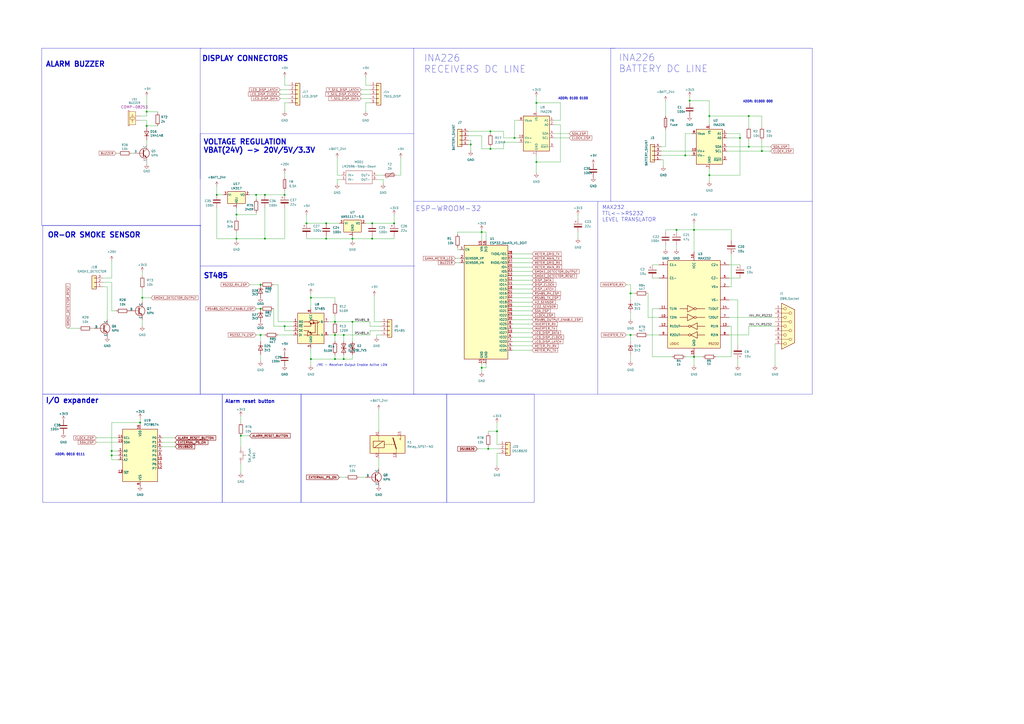
<source format=kicad_sch>
(kicad_sch (version 20231120) (generator "eeschema") (generator_version "8.0")
  (paper "A2")
  (junction (at 429.26 80.01))
  (junction (at 392.43 133.35))
  (junction (at 151.13 165.1))
  (junction (at 180.34 172.72))
  (junction (at 283.21 260.35))
  (junction (at 228.6 129.54))
  (junction (at 441.96 87.63))
  (junction (at 180.34 208.28))
  (junction (at 311.15 59.69))
  (junction (at 397.51 90.17))
  (junction (at 215.9 138.43))
  (junction (at 279.4 134.62))
  (junction (at 199.39 208.28))
  (junction (at 194.31 186.69))
  (junction (at 165.1 113.03))
  (junction (at 153.67 138.43))
  (junction (at 189.23 138.43))
  (junction (at 64.77 264.16))
  (junction (at 411.48 67.31))
  (junction (at 194.31 194.31))
  (junction (at 165.1 189.23))
  (junction (at 288.29 250.19))
  (junction (at 81.28 245.11))
  (junction (at 151.13 194.31))
  (junction (at 434.34 85.09))
  (junction (at 153.67 113.03))
  (junction (at 204.47 186.69))
  (junction (at 82.55 172.72))
  (junction (at 273.05 83.82))
  (junction (at 284.48 76.2))
  (junction (at 402.59 133.35))
  (junction (at 311.15 93.98))
  (junction (at 284.48 86.36))
  (junction (at 148.59 113.03))
  (junction (at 365.76 194.31))
  (junction (at 125.73 113.03))
  (junction (at 199.39 194.31))
  (junction (at 204.47 138.43))
  (junction (at 137.16 124.46))
  (junction (at 215.9 129.54))
  (junction (at 64.77 261.62))
  (junction (at 139.7 252.73))
  (junction (at 137.16 138.43))
  (junction (at 411.48 101.6))
  (junction (at 151.13 179.07))
  (junction (at 177.8 129.54))
  (junction (at 189.23 129.54))
  (junction (at 85.09 73.025))
  (junction (at 365.76 170.18))
  (junction (at 279.4 213.36))
  (junction (at 434.34 67.31))
  (junction (at 85.09 64.77))
  (junction (at 194.31 208.28))
  (junction (at 402.59 207.01))
  (junction (at 400.05 58.42))
  (junction (at 298.45 80.01))
  (wire (pts (xy 214.63 49.53) (xy 212.09 49.53)))
  (wire (pts (xy 194.31 175.26) (xy 194.31 172.72)))
  (wire (pts (xy 427.99 200.66) (xy 427.99 173.99)))
  (wire (pts (xy 384.81 92.71) (xy 384.81 96.52)))
  (wire (pts (xy 180.34 208.28) (xy 180.34 212.09)))
  (wire (pts (xy 180.34 201.93) (xy 180.34 208.28)))
  (wire (pts (xy 67.31 88.9) (xy 68.58 88.9)))
  (wire (pts (xy 180.34 170.18) (xy 180.34 172.72)))
  (wire (pts (xy 59.69 166.37) (xy 62.23 166.37)))
  (wire (pts (xy 85.09 67.31) (xy 85.09 64.77)))
  (wire (pts (xy 283.21 260.35) (xy 283.21 259.08)))
  (wire (pts (xy 204.47 138.43) (xy 204.47 139.7)))
  (wire (pts (xy 212.09 59.69) (xy 214.63 59.69)))
  (polyline (pts (xy 24.13 130.81) (xy 24.13 80.01)))
  (wire (pts (xy 434.34 189.23) (xy 434.34 194.31)))
  (wire (pts (xy 204.47 208.28) (xy 199.39 208.28)))
  (wire (pts (xy 297.18 154.94) (xy 308.61 154.94)))
  (wire (pts (xy 151.13 194.31) (xy 153.67 194.31)))
  (wire (pts (xy 161.29 194.31) (xy 170.18 194.31)))
  (wire (pts (xy 177.8 129.54) (xy 189.23 129.54)))
  (wire (pts (xy 386.08 74.93) (xy 386.08 85.09)))
  (wire (pts (xy 229.87 101.6) (xy 232.41 101.6)))
  (wire (pts (xy 153.67 138.43) (xy 153.67 120.65)))
  (wire (pts (xy 292.1 82.55) (xy 292.1 86.36)))
  (wire (pts (xy 308.61 180.34) (xy 297.18 180.34)))
  (wire (pts (xy 220.98 191.77) (xy 214.63 191.77)))
  (wire (pts (xy 279.4 78.74) (xy 271.78 78.74)))
  (wire (pts (xy 82.55 157.48) (xy 82.55 160.02)))
  (wire (pts (xy 321.31 72.39) (xy 325.12 72.39)))
  (wire (pts (xy 421.64 87.63) (xy 441.96 87.63)))
  (wire (pts (xy 297.18 149.86) (xy 308.61 149.86)))
  (polyline (pts (xy 356.87 27.94) (xy 240.03 27.94)))
  (wire (pts (xy 81.28 67.31) (xy 85.09 67.31)))
  (wire (pts (xy 196.85 276.86) (xy 200.66 276.86)))
  (polyline (pts (xy 240.03 228.6) (xy 240.03 116.84)))
  (wire (pts (xy 55.88 254) (xy 68.58 254)))
  (polyline (pts (xy 471.17 116.84) (xy 471.17 27.94)))
  (wire (pts (xy 279.4 213.36) (xy 281.94 213.36)))
  (wire (pts (xy 402.59 212.09) (xy 402.59 207.01)))
  (polyline (pts (xy 240.03 116.84) (xy 354.33 116.84)))
  (wire (pts (xy 411.48 58.42) (xy 400.05 58.42)))
  (wire (pts (xy 271.78 81.28) (xy 273.05 81.28)))
  (wire (pts (xy 284.48 86.36) (xy 284.48 85.09)))
  (wire (pts (xy 161.29 186.69) (xy 170.18 186.69)))
  (wire (pts (xy 311.15 59.69) (xy 325.12 59.69)))
  (wire (pts (xy 82.55 172.72) (xy 82.55 175.26)))
  (wire (pts (xy 279.4 213.36) (xy 279.4 215.9)))
  (wire (pts (xy 271.78 83.82) (xy 273.05 83.82)))
  (wire (pts (xy 297.18 195.58) (xy 308.61 195.58)))
  (wire (pts (xy 144.78 252.73) (xy 139.7 252.73)))
  (wire (pts (xy 397.51 90.17) (xy 401.32 90.17)))
  (wire (pts (xy 218.44 101.6) (xy 222.25 101.6)))
  (polyline (pts (xy 240.03 27.94) (xy 240.03 116.84)))
  (wire (pts (xy 264.16 149.86) (xy 266.7 149.86)))
  (wire (pts (xy 308.61 165.1) (xy 297.18 165.1)))
  (wire (pts (xy 365.76 170.18) (xy 365.76 165.1)))
  (wire (pts (xy 415.29 207.01) (xy 424.18 207.01)))
  (polyline (pts (xy 116.205 77.47) (xy 240.03 77.47)))
  (wire (pts (xy 289.56 260.35) (xy 283.21 260.35)))
  (wire (pts (xy 165.1 59.69) (xy 167.64 59.69)))
  (polyline (pts (xy 116.84 130.81) (xy 24.13 130.81)))
  (wire (pts (xy 449.58 212.09) (xy 449.58 199.39)))
  (wire (pts (xy 434.34 194.31) (xy 422.91 194.31)))
  (wire (pts (xy 85.09 95.25) (xy 85.09 93.98)))
  (wire (pts (xy 429.26 80.01) (xy 429.26 77.47)))
  (wire (pts (xy 284.48 76.2) (xy 284.48 77.47)))
  (wire (pts (xy 279.4 133.35) (xy 279.4 134.62)))
  (wire (pts (xy 273.05 83.82) (xy 273.05 87.63)))
  (wire (pts (xy 53.34 190.5) (xy 54.61 190.5)))
  (wire (pts (xy 194.31 172.72) (xy 180.34 172.72)))
  (wire (pts (xy 325.12 69.85) (xy 325.12 59.69)))
  (wire (pts (xy 189.23 137.16) (xy 189.23 138.43)))
  (wire (pts (xy 204.47 137.16) (xy 204.47 138.43)))
  (wire (pts (xy 298.45 69.85) (xy 298.45 80.01)))
  (wire (pts (xy 151.13 205.74) (xy 151.13 209.55)))
  (wire (pts (xy 411.48 67.31) (xy 411.48 72.39)))
  (wire (pts (xy 378.46 179.07) (xy 378.46 207.01)))
  (wire (pts (xy 300.99 69.85) (xy 298.45 69.85)))
  (wire (pts (xy 208.28 276.86) (xy 212.09 276.86)))
  (wire (pts (xy 214.63 191.77) (xy 214.63 194.31)))
  (wire (pts (xy 427.99 212.09) (xy 427.99 208.28)))
  (wire (pts (xy 297.18 198.12) (xy 308.61 198.12)))
  (wire (pts (xy 162.56 54.61) (xy 167.64 54.61)))
  (wire (pts (xy 434.34 67.31) (xy 434.34 73.66)))
  (wire (pts (xy 375.92 184.15) (xy 375.92 170.18)))
  (wire (pts (xy 422.91 153.67) (xy 429.26 153.67)))
  (wire (pts (xy 91.44 65.405) (xy 91.44 64.77)))
  (wire (pts (xy 68.58 266.7) (xy 64.77 266.7)))
  (polyline (pts (xy 240.284 27.94) (xy 116.078 27.94)))
  (wire (pts (xy 311.15 93.98) (xy 311.15 100.33)))
  (wire (pts (xy 220.98 186.69) (xy 217.17 186.69)))
  (wire (pts (xy 218.44 194.31) (xy 220.98 194.31)))
  (wire (pts (xy 365.76 173.99) (xy 365.76 170.18)))
  (wire (pts (xy 411.48 58.42) (xy 411.48 67.31)))
  (wire (pts (xy 283.21 251.46) (xy 283.21 250.19)))
  (wire (pts (xy 297.18 193.04) (xy 308.61 193.04)))
  (wire (pts (xy 335.28 124.46) (xy 335.28 127)))
  (wire (pts (xy 321.31 69.85) (xy 325.12 69.85)))
  (wire (pts (xy 137.16 138.43) (xy 137.16 134.62)))
  (wire (pts (xy 177.8 129.54) (xy 177.8 124.46)))
  (wire (pts (xy 421.64 80.01) (xy 429.26 80.01)))
  (wire (pts (xy 264.16 152.4) (xy 266.7 152.4)))
  (wire (pts (xy 64.77 245.11) (xy 81.28 245.11)))
  (wire (pts (xy 93.98 259.08) (xy 101.6 259.08)))
  (wire (pts (xy 265.43 144.78) (xy 265.43 143.51)))
  (wire (pts (xy 297.18 175.26) (xy 308.61 175.26)))
  (wire (pts (xy 228.6 138.43) (xy 228.6 137.16)))
  (wire (pts (xy 189.23 138.43) (xy 204.47 138.43)))
  (wire (pts (xy 434.34 85.09) (xy 447.04 85.09)))
  (wire (pts (xy 308.61 185.42) (xy 297.18 185.42)))
  (wire (pts (xy 400.05 58.42) (xy 400.05 59.69)))
  (wire (pts (xy 392.43 133.35) (xy 386.08 133.35)))
  (wire (pts (xy 162.56 52.07) (xy 167.64 52.07)))
  (wire (pts (xy 288.29 262.89) (xy 289.56 262.89)))
  (wire (pts (xy 198.12 101.6) (xy 195.58 101.6)))
  (wire (pts (xy 427.99 173.99) (xy 422.91 173.99)))
  (wire (pts (xy 85.09 69.85) (xy 85.09 73.025)))
  (wire (pts (xy 137.16 124.46) (xy 137.16 127)))
  (wire (pts (xy 266.7 144.78) (xy 265.43 144.78)))
  (wire (pts (xy 85.09 64.77) (xy 85.09 55.88)))
  (wire (pts (xy 82.55 189.23) (xy 82.55 185.42)))
  (wire (pts (xy 214.63 189.23) (xy 214.63 186.69)))
  (wire (pts (xy 204.47 138.43) (xy 215.9 138.43)))
  (wire (pts (xy 281.94 213.36) (xy 281.94 210.82)))
  (wire (pts (xy 308.61 172.72) (xy 297.18 172.72)))
  (polyline (pts (xy 354.33 116.84) (xy 471.17 116.84)))
  (wire (pts (xy 424.18 189.23) (xy 424.18 207.01)))
  (wire (pts (xy 153.67 113.03) (xy 165.1 113.03)))
  (wire (pts (xy 365.76 205.74) (xy 365.76 209.55)))
  (wire (pts (xy 297.18 177.8) (xy 308.61 177.8)))
  (wire (pts (xy 424.18 166.37) (xy 422.91 166.37)))
  (polyline (pts (xy 346.71 228.6) (xy 346.71 213.36)))
  (wire (pts (xy 429.26 77.47) (xy 421.64 77.47)))
  (wire (pts (xy 411.48 97.79) (xy 411.48 101.6)))
  (wire (pts (xy 311.15 93.98) (xy 325.12 93.98)))
  (wire (pts (xy 378.46 207.01) (xy 389.89 207.01)))
  (wire (pts (xy 284.48 76.2) (xy 292.1 76.2)))
  (wire (pts (xy 392.43 133.35) (xy 392.43 134.62)))
  (wire (pts (xy 219.71 237.49) (xy 219.71 250.19)))
  (wire (pts (xy 170.18 191.77) (xy 165.1 191.77)))
  (wire (pts (xy 279.4 86.36) (xy 284.48 86.36)))
  (wire (pts (xy 383.54 85.09) (xy 386.08 85.09)))
  (polyline (pts (xy 116.205 228.6) (xy 116.205 154.305)))
  (wire (pts (xy 325.12 93.98) (xy 325.12 72.39)))
  (wire (pts (xy 219.71 265.43) (xy 219.71 271.78)))
  (wire (pts (xy 82.55 167.64) (xy 82.55 172.72)))
  (wire (pts (xy 421.64 85.09) (xy 434.34 85.09)))
  (wire (pts (xy 68.58 256.54) (xy 55.88 256.54)))
  (wire (pts (xy 292.1 86.36) (xy 284.48 86.36)))
  (wire (pts (xy 209.55 57.15) (xy 214.63 57.15)))
  (wire (pts (xy 199.39 205.74) (xy 199.39 208.28)))
  (wire (pts (xy 137.16 139.7) (xy 137.16 138.43)))
  (wire (pts (xy 297.18 170.18) (xy 308.61 170.18)))
  (wire (pts (xy 199.39 208.28) (xy 194.31 208.28)))
  (wire (pts (xy 434.34 67.31) (xy 441.96 67.31)))
  (wire (pts (xy 402.59 133.35) (xy 392.43 133.35)))
  (wire (pts (xy 308.61 162.56) (xy 297.18 162.56)))
  (wire (pts (xy 297.18 187.96) (xy 308.61 187.96)))
  (wire (pts (xy 308.61 182.88) (xy 297.18 182.88)))
  (wire (pts (xy 441.96 81.28) (xy 441.96 87.63)))
  (wire (pts (xy 232.41 101.6) (xy 232.41 91.44)))
  (wire (pts (xy 204.47 186.69) (xy 214.63 186.69)))
  (wire (pts (xy 195.58 91.44) (xy 195.58 101.6)))
  (wire (pts (xy 222.25 104.14) (xy 218.44 104.14)))
  (wire (pts (xy 365.76 198.12) (xy 365.76 194.31)))
  (wire (pts (xy 422.91 161.29) (xy 429.26 161.29)))
  (wire (pts (xy 298.45 80.01) (xy 300.99 80.01)))
  (wire (pts (xy 165.1 49.53) (xy 165.1 44.45)))
  (wire (pts (xy 85.09 81.28) (xy 85.09 83.82)))
  (wire (pts (xy 271.78 76.2) (xy 284.48 76.2)))
  (wire (pts (xy 308.61 167.64) (xy 297.18 167.64)))
  (wire (pts (xy 195.58 104.14) (xy 198.12 104.14)))
  (wire (pts (xy 64.77 264.16) (xy 64.77 261.62)))
  (wire (pts (xy 139.7 252.73) (xy 139.7 259.08)))
  (wire (pts (xy 397.51 77.47) (xy 397.51 90.17)))
  (wire (pts (xy 382.27 179.07) (xy 378.46 179.07)))
  (polyline (pts (xy 24.13 27.94) (xy 116.84 27.94)))
  (wire (pts (xy 139.7 241.3) (xy 139.7 245.11)))
  (wire (pts (xy 125.73 113.03) (xy 129.54 113.03)))
  (wire (pts (xy 64.77 261.62) (xy 64.77 245.11)))
  (wire (pts (xy 378.46 153.67) (xy 382.27 153.67)))
  (wire (pts (xy 165.1 191.77) (xy 165.1 189.23)))
  (wire (pts (xy 180.34 172.72) (xy 180.34 179.07)))
  (wire (pts (xy 137.16 138.43) (xy 153.67 138.43)))
  (wire (pts (xy 265.43 135.89) (xy 265.43 134.62)))
  (wire (pts (xy 397.51 207.01) (xy 402.59 207.01)))
  (wire (pts (xy 158.75 189.23) (xy 158.75 179.07)))
  (wire (pts (xy 125.73 113.03) (xy 125.73 107.95)))
  (wire (pts (xy 297.18 160.02) (xy 308.61 160.02)))
  (wire (pts (xy 449.58 189.23) (xy 434.34 189.23)))
  (wire (pts (xy 220.98 189.23) (xy 214.63 189.23)))
  (wire (pts (xy 165.1 138.43) (xy 165.1 120.65)))
  (wire (pts (xy 59.69 161.29) (xy 64.77 161.29)))
  (polyline (pts (xy 240.665 228.6) (xy 116.205 228.6)))
  (wire (pts (xy 64.77 163.83) (xy 64.77 180.34)))
  (wire (pts (xy 308.61 147.32) (xy 297.18 147.32)))
  (wire (pts (xy 177.8 137.16) (xy 177.8 138.43)))
  (wire (pts (xy 400.05 55.88) (xy 400.05 58.42)))
  (wire (pts (xy 139.7 269.24) (xy 139.7 274.32)))
  (wire (pts (xy 165.1 100.33) (xy 165.1 102.87)))
  (wire (pts (xy 137.16 138.43) (xy 125.73 138.43)))
  (wire (pts (xy 228.6 129.54) (xy 228.6 124.46)))
  (wire (pts (xy 199.39 194.31) (xy 199.39 198.12)))
  (wire (pts (xy 209.55 54.61) (xy 214.63 54.61)))
  (wire (pts (xy 276.86 260.35) (xy 283.21 260.35)))
  (wire (pts (xy 64.77 266.7) (xy 64.77 264.16)))
  (polyline (pts (xy 24.13 80.01) (xy 24.13 27.94)))
  (wire (pts (xy 411.48 101.6) (xy 429.26 101.6)))
  (polyline (pts (xy 116.205 154.305) (xy 116.205 77.47)))
  (wire (pts (xy 382.27 184.15) (xy 375.92 184.15)))
  (wire (pts (xy 91.44 73.025) (xy 85.09 73.025)))
  (wire (pts (xy 402.59 133.35) (xy 424.18 133.35)))
  (wire (pts (xy 82.55 172.72) (xy 87.63 172.72)))
  (wire (pts (xy 429.26 101.6) (xy 429.26 80.01)))
  (wire (pts (xy 125.73 138.43) (xy 125.73 120.65)))
  (wire (pts (xy 165.1 110.49) (xy 165.1 113.03)))
  (wire (pts (xy 64.77 261.62) (xy 68.58 261.62)))
  (wire (pts (xy 283.21 250.19) (xy 288.29 250.19)))
  (wire (pts (xy 161.29 165.1) (xy 161.29 186.69)))
  (wire (pts (xy 151.13 198.12) (xy 151.13 194.31)))
  (wire (pts (xy 424.18 133.35) (xy 424.18 139.7)))
  (wire (pts (xy 273.05 81.28) (xy 273.05 83.82)))
  (polyline (pts (xy 354.33 116.84) (xy 354.33 27.94)))
  (wire (pts (xy 194.31 194.31) (xy 199.39 194.31)))
  (wire (pts (xy 265.43 134.62) (xy 279.4 134.62)))
  (wire (pts (xy 158.75 165.1) (xy 161.29 165.1)))
  (wire (pts (xy 308.61 200.66) (xy 297.18 200.66)))
  (wire (pts (xy 62.23 166.37) (xy 62.23 185.42)))
  (wire (pts (xy 167.64 49.53) (xy 165.1 49.53)))
  (wire (pts (xy 64.77 161.29) (xy 64.77 151.13)))
  (wire (pts (xy 311.15 55.88) (xy 311.15 59.69)))
  (wire (pts (xy 288.29 250.19) (xy 288.29 257.81)))
  (wire (pts (xy 148.59 113.03) (xy 153.67 113.03)))
  (wire (pts (xy 308.61 152.4) (xy 297.18 152.4)))
  (wire (pts (xy 64.77 264.16) (xy 68.58 264.16)))
  (wire (pts (xy 199.39 194.31) (xy 214.63 194.31)))
  (wire (pts (xy 158.75 189.23) (xy 165.1 189.23)))
  (wire (pts (xy 363.22 165.1) (xy 365.76 165.1)))
  (wire (pts (xy 194.31 182.88) (xy 194.31 186.69)))
  (wire (pts (xy 321.31 77.47) (xy 330.2 77.47)))
  (wire (pts (xy 93.98 256.54) (xy 101.6 256.54)))
  (wire (pts (xy 311.15 59.69) (xy 311.15 64.77)))
  (wire (pts (xy 279.4 134.62) (xy 279.4 139.7)))
  (wire (pts (xy 401.32 77.47) (xy 397.51 77.47)))
  (wire (pts (xy 194.31 208.28) (xy 180.34 208.28)))
  (wire (pts (xy 422.91 189.23) (xy 424.18 189.23)))
  (wire (pts (xy 81.28 242.57) (xy 81.28 245.11)))
  (wire (pts (xy 288.29 270.51) (xy 288.29 262.89)))
  (wire (pts (xy 64.77 180.34) (xy 67.31 180.34)))
  (wire (pts (xy 81.28 69.85) (xy 85.09 69.85)))
  (wire (pts (xy 365.76 170.18) (xy 368.3 170.18)))
  (wire (pts (xy 279.4 86.36) (xy 279.4 78.74)))
  (wire (pts (xy 153.67 138.43) (xy 165.1 138.43)))
  (wire (pts (xy 85.09 73.025) (xy 85.09 73.66)))
  (wire (pts (xy 218.44 195.58) (xy 218.44 194.31)))
  (wire (pts (xy 144.78 113.03) (xy 148.59 113.03)))
  (wire (pts (xy 212.09 49.53) (xy 212.09 44.45)))
  (wire (pts (xy 297.18 190.5) (xy 308.61 190.5)))
  (wire (pts (xy 194.31 194.31) (xy 194.31 198.12)))
  (wire (pts (xy 292.1 80.01) (xy 298.45 80.01)))
  (wire (pts (xy 363.22 194.31) (xy 365.76 194.31)))
  (wire (pts (xy 222.25 104.14) (xy 222.25 106.68)))
  (wire (pts (xy 137.16 124.46) (xy 137.16 120.65)))
  (polyline (pts (xy 346.71 228.6) (xy 240.03 228.6)))
  (wire (pts (xy 386.08 58.42) (xy 386.08 67.31)))
  (wire (pts (xy 383.54 90.17) (xy 397.51 90.17)))
  (wire (pts (xy 59.69 163.83) (xy 64.77 163.83)))
  (wire (pts (xy 93.98 254) (xy 101.6 254)))
  (wire (pts (xy 386.08 133.35) (xy 386.08 134.62)))
  (wire (pts (xy 177.8 138.43) (xy 189.23 138.43)))
  (wire (pts (xy 411.48 67.31) (xy 434.34 67.31)))
  (wire (pts (xy 383.54 87.63) (xy 401.32 87.63)))
  (wire (pts (xy 441.96 87.63) (xy 447.04 87.63)))
  (polyline (pts (xy 116.205 154.305) (xy 240.665 154.305)))
  (wire (pts (xy 39.37 190.5) (xy 45.72 190.5)))
  (wire (pts (xy 148.59 123.19) (xy 148.59 124.46)))
  (wire (pts (xy 215.9 138.43) (xy 215.9 137.16)))
  (wire (pts (xy 91.44 64.77) (xy 85.09 64.77)))
  (wire (pts (xy 375.92 194.31) (xy 382.27 194.31)))
  (wire (pts (xy 204.47 186.69) (xy 204.47 198.12)))
  (wire (pts (xy 281.94 139.7) (xy 281.94 134.62)))
  (wire (pts (xy 217.17 186.69) (xy 217.17 171.45)))
  (wire (pts (xy 289.56 257.81) (xy 288.29 257.81)))
  (wire (pts (xy 148.59 179.07) (xy 151.13 179.07)))
  (wire (pts (xy 288.29 245.11) (xy 288.29 250.19)))
  (wire (pts (xy 215.9 138.43) (xy 228.6 138.43)))
  (wire (pts (xy 292.1 76.2) (xy 292.1 80.01)))
  (polyline (pts (xy 471.17 116.84) (xy 471.17 228.6)))
  (wire (pts (xy 402.59 207.01) (xy 407.67 207.01)))
  (wire (pts (xy 365.76 181.61) (xy 365.76 185.42)))
  (wire (pts (xy 279.4 134.62) (xy 281.94 134.62)))
  (wire (pts (xy 148.59 113.03) (xy 148.59 115.57)))
  (wire (pts (xy 411.48 101.6) (xy 411.48 105.41)))
  (wire (pts (xy 144.78 165.1) (xy 151.13 165.1)))
  (wire (pts (xy 402.59 133.35) (xy 402.59 146.05)))
  (wire (pts (xy 194.31 205.74) (xy 194.31 208.28)))
  (wire (pts (xy 321.31 80.01) (xy 330.2 80.01)))
  (wire (pts (xy 212.09 64.77) (xy 212.09 59.69)))
  (wire (pts (xy 189.23 129.54) (xy 196.85 129.54)))
  (wire (pts (xy 441.96 67.31) (xy 441.96 73.66)))
  (wire (pts (xy 297.18 157.48) (xy 308.61 157.48)))
  (wire (pts (xy 378.46 161.29) (xy 382.27 161.29)))
  (wire (pts (xy 292.1 82.55) (xy 300.99 82.55)))
  (wire (pts (xy 162.56 57.15) (xy 167.64 57.15)))
  (wire (pts (xy 190.5 194.31) (xy 194.31 194.31)))
  (wire (pts (xy 165.1 189.23) (xy 170.18 189.23)))
  (wire (pts (xy 386.08 142.24) (xy 386.08 144.78)))
  (wire (pts (xy 279.4 210.82) (xy 279.4 213.36)))
  (wire (pts (xy 392.43 142.24) (xy 392.43 144.78)))
  (wire (pts (xy 194.31 186.69) (xy 204.47 186.69)))
  (wire (pts (xy 424.18 147.32) (xy 424.18 166.37)))
  (wire (pts (xy 402.59 129.54) (xy 402.59 133.35)))
  (wire (pts (xy 165.1 64.77) (xy 165.1 59.69)))
  (wire (pts (xy 434.34 81.28) (xy 434.34 85.09)))
  (wire (pts (xy 195.58 106.68) (xy 195.58 104.14)))
  (polyline (pts (xy 346.71 116.84) (xy 346.71 213.36)))
  (wire (pts (xy 335.28 134.62) (xy 335.28 138.43)))
  (wire (pts (xy 190.5 186.69) (xy 194.31 186.69)))
  (polyline (pts (xy 116.078 27.94) (xy 116.078 103.886)))
  (wire (pts (xy 383.54 92.71) (xy 384.81 92.71)))
  (wire (pts (xy 297.18 203.2) (xy 308.61 203.2)))
  (wire (pts (xy 422.91 184.15) (xy 449.58 184.15)))
  (wire (pts (xy 365.76 194.31) (xy 368.3 194.31)))
  (wire (pts (xy 209.55 52.07) (xy 214.63 52.07)))
  (wire (pts (xy 212.09 129.54) (xy 215.9 129.54)))
  (wire (pts (xy 148.59 194.31) (xy 151.13 194.31)))
  (polyline (pts (xy 471.17 27.94) (xy 354.33 27.94)))
  (wire (pts (xy 204.47 205.74) (xy 204.47 208.28)))
  (wire (pts (xy 311.15 90.17) (xy 311.15 93.98)))
  (wire (pts (xy 81.28 245.11) (xy 81.28 246.38)))
  (polyline (pts (xy 471.17 228.6) (xy 346.71 228.6)))
  (wire (pts (xy 76.2 88.9) (xy 77.47 88.9)))
  (wire (pts (xy 228.6 129.54) (xy 215.9 129.54)))
  (wire (pts (xy 148.59 124.46) (xy 137.16 124.46)))
  (rectangle (start 24.765 130.81) (end 116.205 228.6))
  (rectangle (start 174.625 228.6) (end 259.08 291.465))
  (rectangle (start 128.905 228.6) (end 174.625 291.465))
  (rectangle (start 259.08 228.6) (end 309.88 291.465))
  (rectangle (start 24.765 228.6) (end 128.905 291.465))
  (text "ADDR: 01000 000" (at 439.674 58.928 0) (effects (font (size 1.27 1.27) (bold yes))))
  (text "ADDR: 0010 0111" (at 40.64 263.652 0) (effects (font (size 1.27 1.27) (bold yes))))
  (text "OR-OR SMOKE SENSOR" (at 54.61 136.398 0) (effects (font (size 3 3) (thickness 0.6) (bold yes))))
  (text "ESP-WROOM-32" (at 260.096 121.158 0) (effects (font (size 3 3))))
  (text "I/O expander" (at 41.91 232.41 0) (effects (font (size 3 3) (thickness 0.6) (bold yes))))
  (text "INA226\nRECEIVERS DC LINE" (at 245.872 37.084 0) (effects (font (size 4 4)) (justify left)))
  (text "/RE - Receiver Output Enable Active LOW" (at 204.216 211.836 0) (effects (font (size 1.27 1.27))))
  (text "MAX232\nTTL<->RS232\nLEVEL TRANSLATOR" (at 349.25 123.952 0) (effects (font (size 2.2 2.2)) (justify left)))
  (text "DISPLAY CONNECTORS" (at 142.24 34.036 0) (effects (font (size 3 3) (thickness 0.6) (bold yes))))
  (text "INA226\nBATTERY DC LINE" (at 358.902 36.83 0) (effects (font (size 4 4)) (justify left)))
  (text "Alarm reset button" (at 145.034 232.918 0) (effects (font (size 2 2) (bold yes))))
  (text "ST485" (at 125.222 160.02 0) (effects (font (size 3 3) (thickness 0.6) (bold yes))))
  (text "ADDR: 0100 0100" (at 332.486 57.15 0) (effects (font (size 1.27 1.27) (bold yes))))
  (text "ALARM BUZZER" (at 43.688 37.338 0) (effects (font (size 3 3) (thickness 0.6) (bold yes))))
  (text "VOLTAGE REGULATION\nVBAT(24V) -> 20V/5V/3.3V" (at 117.856 84.836 0) (effects (font (size 3 3) (thickness 0.6) (bold yes)) (justify left)))
  (label "RS485_A" (at 205.74 194.31 0))
  (label "INV_RX_RS232" (at 434.34 184.15 0))
  (label "RS485_B" (at 205.74 186.69 0))
  (label "INV_TX_RS232" (at 434.34 189.23 0))
  (global_label "SDA_ESP" (shape input) (at 308.61 180.34 0) (property "Intersheetrefs" "${INTERSHEET_REFS}" (effects (hide yes))))
  (global_label "CLOCK_ESP" (shape input) (at 330.2 80.01 0) (property "Intersheetrefs" "${INTERSHEET_REFS}" (effects (hide yes))))
  (global_label "ALARM_RESET_BUTTON" (shape input) (at 144.78 252.73 0) (effects (font (bold yes))) (property "Intersheetrefs" "${INTERSHEET_REFS}" (effects (hide yes))))
  (global_label "METER_GRID_RX" (shape input) (at 308.61 152.4 0) (property "Intersheetrefs" "${INTERSHEET_REFS}" (effects (hide yes))))
  (global_label "SMOKE_DETECTOR_RESET" (shape input) (at 39.37 190.5 90) (property "Intersheetrefs" "${INTERSHEET_REFS}" (effects (hide yes))))
  (global_label "INVERTER_RX" (shape input) (at 308.61 187.96 0) (property "Intersheetrefs" "${INTERSHEET_REFS}" (effects (hide yes))))
  (global_label "RS485_RX_ESP" (shape input) (at 308.61 170.18 0) (property "Intersheetrefs" "${INTERSHEET_REFS}" (effects (hide yes))))
  (global_label "SMOKE_DETECTOR_OUTPUT" (shape input) (at 87.63 172.72 0) (property "Intersheetrefs" "${INTERSHEET_REFS}" (effects (hide yes))))
  (global_label "LCD_DISP_DATA" (shape input) (at 308.61 193.04 0) (property "Intersheetrefs" "${INTERSHEET_REFS}" (effects (hide yes))))
  (global_label "METER_PV_TX" (shape input) (at 308.61 203.2 0) (property "Intersheetrefs" "${INTERSHEET_REFS}" (effects (hide yes))))
  (global_label "DISP_DATA" (shape input) (at 308.61 162.56 0) (property "Intersheetrefs" "${INTERSHEET_REFS}" (effects (hide yes))))
  (global_label "LCD_DISP_DATA" (shape input) (at 162.56 57.15 180) (property "Intersheetrefs" "${INTERSHEET_REFS}" (effects (hide yes))))
  (global_label "SMOKE_DETECTOR_RESET" (shape input) (at 308.61 160.02 0) (property "Intersheetrefs" "${INTERSHEET_REFS}" (effects (hide yes))))
  (global_label "CLOCK_ESP" (shape input) (at 308.61 182.88 0) (property "Intersheetrefs" "${INTERSHEET_REFS}" (effects (hide yes))))
  (global_label "SDA_ESP" (shape input) (at 330.2 77.47 0) (property "Intersheetrefs" "${INTERSHEET_REFS}" (effects (hide yes))))
  (global_label "ALARM_RESET_BUTTON" (shape input) (at 101.6 254 0) (effects (font (bold yes))) (property "Intersheetrefs" "${INTERSHEET_REFS}" (effects (hide yes))))
  (global_label "METER_GRID_TX" (shape input) (at 308.61 147.32 0) (property "Intersheetrefs" "${INTERSHEET_REFS}" (effects (hide yes))))
  (global_label "RS485_OUTPUT_ENABLE_ESP" (shape input) (at 148.59 179.07 180) (property "Intersheetrefs" "${INTERSHEET_REFS}" (effects (hide yes))))
  (global_label "EXTERNAL_PS_ON" (shape input) (at 101.6 256.54 0) (effects (font (bold yes))) (property "Intersheetrefs" "${INTERSHEET_REFS}" (effects (hide yes))))
  (global_label "SDA_ESP" (shape input) (at 447.04 85.09 0) (property "Intersheetrefs" "${INTERSHEET_REFS}" (effects (hide yes))))
  (global_label "INVERTER_TX" (shape input) (at 363.22 194.31 180) (property "Intersheetrefs" "${INTERSHEET_REFS}" (effects (hide yes))))
  (global_label "H2_SENSOR" (shape input) (at 308.61 175.26 0) (property "Intersheetrefs" "${INTERSHEET_REFS}" (effects (hide yes))))
  (global_label "RS485_OUTPUT_ENABLE_ESP" (shape input) (at 308.61 185.42 0) (property "Intersheetrefs" "${INTERSHEET_REFS}" (effects (hide yes))))
  (global_label "CO2_SENSOR" (shape input) (at 308.61 177.8 0) (property "Intersheetrefs" "${INTERSHEET_REFS}" (effects (hide yes))))
  (global_label "SDA_ESP" (shape input) (at 55.88 256.54 180) (property "Intersheetrefs" "${INTERSHEET_REFS}" (effects (hide yes))))
  (global_label "BUZZER" (shape input) (at 264.16 152.4 180) (property "Intersheetrefs" "${INTERSHEET_REFS}" (effects (hide yes))))
  (global_label "RS232_RX_ESP" (shape input) (at 144.78 165.1 180) (property "Intersheetrefs" "${INTERSHEET_REFS}" (effects (hide yes))))
  (global_label "INVERTER_TX" (shape input) (at 308.61 190.5 0) (property "Intersheetrefs" "${INTERSHEET_REFS}" (effects (hide yes))))
  (global_label "DS18B20" (shape input) (at 101.6 259.08 0) (effects (font (bold yes))) (property "Intersheetrefs" "${INTERSHEET_REFS}" (effects (hide yes))))
  (global_label "LCD_DISP_CLOCK" (shape input) (at 162.56 54.61 180) (property "Intersheetrefs" "${INTERSHEET_REFS}" (effects (hide yes))))
  (global_label "CLOCK_ESP" (shape input) (at 447.04 87.63 0) (property "Intersheetrefs" "${INTERSHEET_REFS}" (effects (hide yes))))
  (global_label "RS232_TX_ESP" (shape input) (at 148.59 194.31 180) (property "Intersheetrefs" "${INTERSHEET_REFS}" (effects (hide yes))))
  (global_label "INVERTER_RX" (shape input) (at 363.22 165.1 180) (property "Intersheetrefs" "${INTERSHEET_REFS}" (effects (hide yes))))
  (global_label "CLOCK_ESP" (shape input) (at 55.88 254 180) (property "Intersheetrefs" "${INTERSHEET_REFS}" (effects (hide yes))))
  (global_label "SMOKE_DETECTOR_OUTPUT" (shape input) (at 308.61 157.48 0) (property "Intersheetrefs" "${INTERSHEET_REFS}" (effects (hide yes))))
  (global_label "GAMA_METER_LED" (shape input) (at 264.16 149.86 180) (property "Intersheetrefs" "${INTERSHEET_REFS}" (effects (hide yes))))
  (global_label "METER_MAIN_RX" (shape input) (at 308.61 154.94 0) (property "Intersheetrefs" "${INTERSHEET_REFS}" (effects (hide yes))))
  (global_label "METER_PV_RX" (shape input) (at 308.61 200.66 0) (property "Intersheetrefs" "${INTERSHEET_REFS}" (effects (hide yes))))
  (global_label "METER_MAIN_TX" (shape input) (at 308.61 149.86 0) (property "Intersheetrefs" "${INTERSHEET_REFS}" (effects (hide yes))))
  (global_label "7_SEG_DISP_DATA" (shape input) (at 209.55 57.15 180) (property "Intersheetrefs" "${INTERSHEET_REFS}" (effects (hide yes))))
  (global_label "LCD_DISP_LATCH" (shape input) (at 308.61 198.12 0) (property "Intersheetrefs" "${INTERSHEET_REFS}" (effects (hide yes))))
  (global_label "LCD_DISP_LATCH" (shape input) (at 162.56 52.07 180) (property "Intersheetrefs" "${INTERSHEET_REFS}" (effects (hide yes))))
  (global_label "DS18B20" (shape input) (at 276.86 260.35 180) (effects (font (bold yes))) (property "Intersheetrefs" "${INTERSHEET_REFS}" (effects (hide yes))))
  (global_label "7_SEG_DISP_CLOCK" (shape input) (at 209.55 54.61 180) (property "Intersheetrefs" "${INTERSHEET_REFS}" (effects (hide yes))))
  (global_label "DISP_LATCH" (shape input) (at 308.61 167.64 0) (property "Intersheetrefs" "${INTERSHEET_REFS}" (effects (hide yes))))
  (global_label "DISP_CLOCK" (shape input) (at 308.61 165.1 0) (property "Intersheetrefs" "${INTERSHEET_REFS}" (effects (hide yes))))
  (global_label "RS485_TX_ESP" (shape input) (at 308.61 172.72 0) (property "Intersheetrefs" "${INTERSHEET_REFS}" (effects (hide yes))))
  (global_label "LCD_DISP_CLOCK" (shape input) (at 308.61 195.58 0) (property "Intersheetrefs" "${INTERSHEET_REFS}" (effects (hide yes))))
  (global_label "7_SEG_DISP_LATCH" (shape input) (at 209.55 52.07 180) (property "Intersheetrefs" "${INTERSHEET_REFS}" (effects (hide yes))))
  (global_label "EXTERNAL_PS_ON" (shape input) (at 196.85 276.86 180) (effects (font (bold yes))) (property "Intersheetrefs" "${INTERSHEET_REFS}" (effects (hide yes))))
  (global_label "BUZZER" (shape input) (at 67.31 88.9 180) (property "Intersheetrefs" "${INTERSHEET_REFS}" (effects (hide yes))))
  (symbol (lib_id "Device:R") (at 82.55 163.83 180) (unit 1)
    (property "Reference" "R73" (at 85.09 162.5599 0) (effects (justify right)))
    (property "Value" "10k" (at 85.09 165.0999 0) (effects (justify right)))
    (property "Footprint" "Resistor_SMD:R_0805_2012Metric_Pad1.20x1.40mm_HandSolder" (effects (hide yes)))
    (property "Description" "Resistor" (effects (hide yes)))
  )
  (symbol (lib_id "Switch:SW_Push") (at 139.7 264.16 270) (unit 1)
    (property "Reference" "SW1" (at 147.32 264.16 0))
    (property "Value" "SW_Push" (at 144.78 264.16 0))
    (property "Footprint" "Connector_PinHeader_2.54mm:PinHeader_1x02_P2.54mm_Vertical" (effects (hide yes)))
    (property "Description" "Push button switch, generic, two pins" (effects (hide yes)))
  )
  (symbol (lib_id "Device:D_TVS") (at 199.39 201.93 90) (unit 1)
    (property "Reference" "D1" (at 201.93 200.6599 90) (effects (justify right)))
    (property "Value" "D_TVS" (at 201.93 203.1999 90) (effects (justify right)))
    (property "Footprint" "Diode_SMD:D_SMC" (effects (hide yes)))
    (property "Description" "Bidirectional transient-voltage-suppression diode" (effects (hide yes)))
  )
  (symbol (lib_id "Device:C") (at 125.73 116.84 0) (unit 1)
    (property "Reference" "C35" (at 118.618 116.586 0) (effects (justify left)))
    (property "Value" "100n" (at 119.126 119.126 0) (effects (justify left)))
    (property "Footprint" "Capacitor_SMD:C_0805_2012Metric_Pad1.18x1.45mm_HandSolder" (effects (hide yes)))
    (property "Description" "Unpolarized capacitor" (effects (hide yes)))
  )
  (symbol (lib_id "Device:R") (at 148.59 119.38 180) (unit 1)
    (property "Reference" "R75" (at 145.034 119.126 0))
    (property "Value" "240R" (at 144.526 121.412 0))
    (property "Footprint" "Resistor_SMD:R_0805_2012Metric_Pad1.20x1.40mm_HandSolder" (effects (hide yes)))
    (property "Description" "Resistor" (effects (hide yes)))
  )
  (symbol (lib_id "power:+5V") (at 232.41 91.44 0) (unit 1)
    (property "Reference" "#PWR014" (effects (hide yes)))
    (property "Value" "+5V" (at 232.41 86.36 0))
    (property "Description" "Power symbol creates a global label with name \"+5V\"" (effects (hide yes)))
  )
  (symbol (lib_id "Device:C_Polarized") (at 424.18 143.51 180) (unit 1)
    (property "Reference" "C20" (at 427.99 143.1289 0) (effects (justify right)))
    (property "Value" "10u" (at 427.99 145.6689 0) (effects (justify right)))
    (property "Footprint" "Capacitor_THT:CP_Radial_D5.0mm_P2.00mm" (effects (hide yes)))
    (property "Description" "Polarized capacitor" (effects (hide yes)))
  )
  (symbol (lib_id "Device:R") (at 204.47 276.86 270) (unit 1)
    (property "Reference" "R77" (at 204.47 270.51 90))
    (property "Value" "10k" (at 204.47 273.05 90))
    (property "Footprint" "Resistor_SMD:R_0805_2012Metric_Pad1.20x1.40mm_HandSolder" (effects (hide yes)))
    (property "Description" "Resistor" (effects (hide yes)))
  )
  (symbol (lib_id "power:GND") (at 218.44 195.58 0) (unit 1)
    (property "Reference" "#PWR022" (effects (hide yes)))
    (property "Value" "GND" (at 218.44 200.66 0))
    (property "Description" "Power symbol creates a global label with name \"GND\" , ground" (effects (hide yes)))
  )
  (symbol (lib_id "Device:R") (at 139.7 248.92 180) (unit 1)
    (property "Reference" "R76" (at 142.24 247.6499 0) (effects (justify right)))
    (property "Value" "10k" (at 142.24 250.1899 0) (effects (justify right)))
    (property "Footprint" "Resistor_SMD:R_0805_2012Metric_Pad1.20x1.40mm_HandSolder" (effects (hide yes)))
    (property "Description" "Resistor" (effects (hide yes)))
  )
  (symbol (lib_id "My-Lib:LM2596-Step-Down") (at 200.66 99.06 0) (unit 1)
    (property "Reference" "MOD1" (at 208.28 93.98 0))
    (property "Value" "LM2596-Step-Down" (at 208.28 96.52 0))
    (property "Footprint" "My-Footprints:MP1504_Mini_3A_Step_Down_Conv" (effects (hide yes)))
  )
  (symbol (lib_id "Device:R") (at 434.34 77.47 0) (unit 1)
    (property "Reference" "R2" (at 436.88 76.1999 0) (effects (justify left)))
    (property "Value" "10k" (at 436.88 78.7399 0) (effects (justify left)))
    (property "Footprint" "Resistor_SMD:R_0805_2012Metric_Pad1.20x1.40mm_HandSolder" (effects (hide yes)))
    (property "Description" "Resistor" (effects (hide yes)))
  )
  (symbol (lib_id "power:GND") (at 204.47 139.7 0) (unit 1)
    (property "Reference" "#PWR018" (effects (hide yes)))
    (property "Value" "GND" (at 204.47 144.78 0))
    (property "Description" "Power symbol creates a global label with name \"GND\" , ground" (effects (hide yes)))
  )
  (symbol (lib_id "power:GND") (at 151.13 186.69 0) (unit 1)
    (property "Reference" "#PWR0168" (effects (hide yes)))
    (property "Value" "GND" (at 151.13 190.246 0))
    (property "Description" "Power symbol creates a global label with name \"GND\" , ground" (effects (hide yes)))
  )
  (symbol (lib_id "power:GND") (at 212.09 64.77 0) (unit 1)
    (property "Reference" "#PWR020" (effects (hide yes)))
    (property "Value" "GND" (at 212.09 69.85 0))
    (property "Description" "Power symbol creates a global label with name \"GND\" , ground" (effects (hide yes)))
  )
  (symbol (lib_id "Connector_Generic:Conn_01x05") (at 219.71 54.61 0) (unit 1)
    (property "Reference" "J14" (at 222.25 53.3399 0) (effects (justify left)))
    (property "Value" "7SEG_DISP" (at 222.25 55.8799 0) (effects (justify left)))
    (property "Footprint" "Connector_JST:JST_EH_B5B-EH-A_1x05_P2.50mm_Vertical" (effects (hide yes)))
    (property "Description" "Generic connector, single row, 01x05, script generated (kicad-library-utils/schlib/autogen/connector/)" (effects (hide yes)))
  )
  (symbol (lib_id "Device:R") (at 157.48 194.31 90) (unit 1)
    (property "Reference" "R85" (at 158.242 196.596 90))
    (property "Value" "4k7" (at 157.988 198.374 90))
    (property "Footprint" "Resistor_SMD:R_0805_2012Metric_Pad1.20x1.40mm_HandSolder" (effects (hide yes)))
    (property "Description" "Resistor" (effects (hide yes)))
  )
  (symbol (lib_id "SparkFun-Electromechanical:BUZZER-PTH") (at 78.74 69.85 90) (unit 1)
    (property "Reference" "LS1" (at 77.978 57.531 90) (effects (font (size 1.143 1.143))))
    (property "Value" "BUZZER" (at 77.978 59.6646 90) (effects (font (size 1.143 1.143))))
    (property "Footprint" "My-Footprints:Buzzer" (effects (hide yes)))
    (property "Pole4" "COMP-08253" (at 77.978 62.0776 90) (effects (font (size 1.524 1.524))))
  )
  (symbol (lib_id "power:GND") (at 311.15 100.33 0) (unit 1)
    (property "Reference" "#PWR052" (effects (hide yes)))
    (property "Value" "GND" (at 311.15 105.41 0))
    (property "Description" "Power symbol creates a global label with name \"GND\" , ground" (effects (hide yes)))
  )
  (symbol (lib_id "Connector_Generic:Conn_01x05") (at 172.72 54.61 0) (unit 1)
    (property "Reference" "J17" (at 175.26 53.3399 0) (effects (justify left)))
    (property "Value" "LCD_DISP" (at 175.26 55.8799 0) (effects (justify left)))
    (property "Footprint" "Connector_JST:JST_EH_B5B-EH-A_1x05_P2.50mm_Vertical" (effects (hide yes)))
    (property "Description" "Generic connector, single row, 01x05, script generated (kicad-library-utils/schlib/autogen/connector/)" (effects (hide yes)))
  )
  (symbol (lib_id "Device:R") (at 49.53 190.5 90) (unit 1)
    (property "Reference" "R29" (at 49.53 184.15 90))
    (property "Value" "10k" (at 49.53 186.69 90))
    (property "Footprint" "Resistor_SMD:R_0805_2012Metric_Pad1.20x1.40mm_HandSolder" (effects (hide yes)))
    (property "Description" "Resistor" (effects (hide yes)))
  )
  (symbol (lib_id "Device:R") (at 441.96 77.47 0) (unit 1)
    (property "Reference" "R3" (at 444.5 76.1999 0) (effects (justify left)))
    (property "Value" "10k" (at 444.5 78.7399 0) (effects (justify left)))
    (property "Footprint" "Resistor_SMD:R_0805_2012Metric_Pad1.20x1.40mm_HandSolder" (effects (hide yes)))
    (property "Description" "Resistor" (effects (hide yes)))
  )
  (symbol (lib_id "power:+5V") (at 217.17 171.45 0) (unit 1)
    (property "Reference" "#PWR021" (effects (hide yes)))
    (property "Value" "+5V" (at 217.17 166.37 0))
    (property "Description" "Power symbol creates a global label with name \"+5V\"" (effects (hide yes)))
  )
  (symbol (lib_id "power:+3V3") (at 228.6 124.46 0) (unit 1)
    (property "Reference" "#PWR023" (effects (hide yes)))
    (property "Value" "+3V3" (at 228.6 120.65 0))
    (property "Description" "Power symbol creates a global label with name \"+3V3\"" (effects (hide yes)))
  )
  (symbol (lib_id "power:GND") (at 288.29 270.51 0) (unit 1)
    (property "Reference" "#PWR0157" (effects (hide yes)))
    (property "Value" "GND" (at 288.29 275.59 0))
    (property "Description" "Power symbol creates a global label with name \"GND\" , ground" (effects (hide yes)))
  )
  (symbol (lib_id "power:GND") (at 165.1 212.09 0) (unit 1)
    (property "Reference" "#PWR013" (effects (hide yes)))
    (property "Value" "GND" (at 165.1 217.17 0))
    (property "Description" "Power symbol creates a global label with name \"GND\" , ground" (effects (hide yes)))
  )
  (symbol (lib_id "power:GND") (at 82.55 189.23 0) (unit 1)
    (property "Reference" "#PWR0142" (effects (hide yes)))
    (property "Value" "GND" (at 82.55 194.31 0))
    (property "Description" "Power symbol creates a global label with name \"GND\" , ground" (effects (hide yes)))
  )
  (symbol (lib_id "Device:C_Polarized") (at 429.26 157.48 0) (unit 1)
    (property "Reference" "C3" (at 433.07 155.3209 0) (effects (justify left)))
    (property "Value" "10u" (at 433.07 157.8609 0) (effects (justify left)))
    (property "Footprint" "Capacitor_THT:CP_Radial_D5.0mm_P2.00mm" (effects (hide yes)))
    (property "Description" "Polarized capacitor" (effects (hide yes)))
  )
  (symbol (lib_id "Regulator_Linear:AMS1117-5.0") (at 204.47 129.54 0) (unit 1)
    (property "Reference" "U7" (at 204.47 123.19 0))
    (property "Value" "AMS1117-5.0" (at 204.47 125.73 0))
    (property "Footprint" "Package_TO_SOT_SMD:SOT-223-3_TabPin2" (effects (hide yes)))
    (property "Datasheet" "http://www.advanced-monolithic.com/pdf/ds1117.pdf" (effects (hide yes)))
    (property "Description" "1A Low Dropout regulator, positive, 5.0V fixed output, SOT-223" (effects (hide yes)))
  )
  (symbol (lib_id "power:+BATT") (at 386.08 58.42 0) (unit 1)
    (property "Reference" "#PWR037" (effects (hide yes)))
    (property "Value" "+BATT_24V" (at 386.08 53.34 0))
    (property "Description" "Power symbol creates a global label with name \"+BATT\"" (effects (hide yes)))
  )
  (symbol (lib_id "power:GND") (at 81.28 281.94 0) (unit 1)
    (property "Reference" "#PWR0149" (effects (hide yes)))
    (property "Value" "GND" (at 81.28 287.02 0))
    (property "Description" "Power symbol creates a global label with name \"GND\" , ground" (effects (hide yes)))
  )
  (symbol (lib_id "Relay:Relay_SPST-NO") (at 224.79 257.81 0) (unit 1)
    (property "Reference" "K1" (at 236.22 256.5399 0) (effects (justify left)))
    (property "Value" "Relay_SPST-NO" (at 236.22 259.0799 0) (effects (justify left)))
    (property "Footprint" "Relay_THT:Relay_SPST_Omron-G5Q-1A" (effects (hide yes)))
    (property "Description" "Relay SPST, Normally Open, EN50005" (effects (hide yes)))
  )
  (symbol (lib_id "power:GND") (at 137.16 139.7 0) (unit 1)
    (property "Reference" "#PWR0145" (effects (hide yes)))
    (property "Value" "GND" (at 137.16 144.78 0))
    (property "Description" "Power symbol creates a global label with name \"GND\" , ground" (effects (hide yes)))
  )
  (symbol (lib_id "power:+5V") (at 402.59 129.54 0) (unit 1)
    (property "Reference" "#PWR042" (effects (hide yes)))
    (property "Value" "+5V" (at 402.59 124.46 0))
    (property "Description" "Power symbol creates a global label with name \"+5V\"" (effects (hide yes)))
  )
  (symbol (lib_id "power:GND") (at 165.1 64.77 0) (unit 1)
    (property "Reference" "#PWR010" (effects (hide yes)))
    (property "Value" "GND" (at 165.1 69.85 0))
    (property "Description" "Power symbol creates a global label with name \"GND\" , ground" (effects (hide yes)))
  )
  (symbol (lib_id "power:GND") (at 400.05 67.31 0) (unit 1)
    (property "Reference" "#PWR041" (effects (hide yes)))
    (property "Value" "GND" (at 400.05 72.39 0))
    (property "Description" "Power symbol creates a global label with name \"GND\" , ground" (effects (hide yes)))
  )
  (symbol (lib_id "Device:C") (at 215.9 133.35 0) (unit 1)
    (property "Reference" "C25" (at 219.71 132.0799 0) (effects (justify left)))
    (property "Value" "100n" (at 219.71 134.6199 0) (effects (justify left)))
    (property "Footprint" "Capacitor_SMD:C_0805_2012Metric_Pad1.18x1.45mm_HandSolder" (effects (hide yes)))
    (property "Description" "Unpolarized capacitor" (effects (hide yes)))
  )
  (symbol (lib_id "power:GND") (at 392.43 144.78 0) (unit 1)
    (property "Reference" "#PWR039" (effects (hide yes)))
    (property "Value" "GND" (at 392.43 149.86 0))
    (property "Description" "Power symbol creates a global label with name \"GND\" , ground" (effects (hide yes)))
  )
  (symbol (lib_id "Device:R") (at 154.94 179.07 90) (unit 1)
    (property "Reference" "R87" (at 155.702 181.356 90))
    (property "Value" "4k7" (at 155.448 183.134 90))
    (property "Footprint" "Resistor_SMD:R_0805_2012Metric_Pad1.20x1.40mm_HandSolder" (effects (hide yes)))
    (property "Description" "Resistor" (effects (hide yes)))
  )
  (symbol (lib_id "power:GND") (at 139.7 274.32 0) (unit 1)
    (property "Reference" "#PWR0153" (effects (hide yes)))
    (property "Value" "GND" (at 139.7 279.4 0))
    (property "Description" "Power symbol creates a global label with name \"GND\" , ground" (effects (hide yes)))
  )
  (symbol (lib_id "Device:R") (at 154.94 165.1 90) (unit 1)
    (property "Reference" "R88" (at 155.702 167.386 90))
    (property "Value" "4k7" (at 155.448 169.164 90))
    (property "Footprint" "Resistor_SMD:R_0805_2012Metric_Pad1.20x1.40mm_HandSolder" (effects (hide yes)))
    (property "Description" "Resistor" (effects (hide yes)))
  )
  (symbol (lib_id "Device:R") (at 411.48 207.01 90) (unit 1)
    (property "Reference" "R5" (at 411.226 209.296 90))
    (property "Value" "1k" (at 411.226 211.074 90))
    (property "Footprint" "Resistor_SMD:R_0805_2012Metric_Pad1.20x1.40mm_HandSolder" (effects (hide yes)))
    (property "Description" "Resistor" (effects (hide yes)))
  )
  (symbol (lib_id "Simulation_SPICE:NPN") (at 82.55 88.9 0) (unit 1)
    (property "Reference" "Q5" (at 87.63 87.6299 0) (effects (justify left)))
    (property "Value" "NPN" (at 87.63 90.1699 0) (effects (justify left)))
    (property "Footprint" "Package_TO_SOT_THT:TO-92_Inline_Wide" (effects (hide yes)))
    (property "Datasheet" "https://ngspice.sourceforge.io/docs/ngspice-html-manual/manual.xhtml#cha_BJTs" (effects (hide yes)))
    (property "Description" "Bipolar transistor symbol for simulation only, substrate tied to the emitter" (effects (hide yes)))
    (property "Sim.Device" "NPN" (effects (hide yes)))
    (property "Sim.Type" "GUMMELPOON" (effects (hide yes)))
    (property "Sim.Pins" "1=C 2=B 3=E" (effects (hide yes)))
  )
  (symbol (lib_id "Connector_Generic:Conn_01x03") (at 54.61 163.83 180) (unit 1)
    (property "Reference" "J18" (at 54.61 154.94 0))
    (property "Value" "SMOKE_DETECTOR" (at 53.34 157.48 0))
    (property "Footprint" "Connector_PinHeader_2.54mm:PinHeader_1x03_P2.54mm_Vertical" (effects (hide yes)))
    (property "Description" "Generic connector, single row, 01x03, script generated (kicad-library-utils/schlib/autogen/connector/)" (effects (hide yes)))
  )
  (symbol (lib_id "Sensor_Energy:INA226") (at 411.48 85.09 0) (unit 1)
    (property "Reference" "U2" (at 413.6741 69.85 0) (effects (justify left)))
    (property "Value" "INA226" (at 413.6741 72.39 0) (effects (justify left)))
    (property "Footprint" "Package_SO:VSSOP-10_3x3mm_P0.5mm" (effects (hide yes)))
    (property "Datasheet" "http://www.ti.com/lit/ds/symlink/ina226.pdf" (effects (hide yes)))
    (property "Description" "High-Side or Low-Side Measurement, Bi-Directional Current and Power Monitor (0-36V) with I2C Compatible Interface, VSSOP-10" (effects (hide yes)))
  )
  (symbol (lib_id "Connector_Generic:Conn_01x04") (at 266.7 81.28 180) (unit 1)
    (property "Reference" "J7" (at 266.7 71.12 0))
    (property "Value" "BATTERY_SHUNT" (at 263.144 79.756 90))
    (property "Footprint" "Connector_JST:JST_EH_B4B-EH-A_1x04_P2.50mm_Vertical" (effects (hide yes)))
    (property "Description" "Generic connector, single row, 01x04, script generated (kicad-library-utils/schlib/autogen/connector/)" (effects (hide yes)))
  )
  (symbol (lib_id "Connector:DE9_Receptacle") (at 457.2 189.23 0) (unit 1)
    (property "Reference" "J1" (at 452.12 170.18 0) (effects (justify left)))
    (property "Value" "DB9_Socket" (at 452.374 173.228 0) (effects (justify left)))
    (property "Footprint" "Connector_Dsub:DSUB-9_Female_Horizontal_P2.77x2.84mm_EdgePinOffset7.70mm_Housed_MountingHolesOffset9.12mm" (effects (hide yes)))
    (property "Datasheet" " ~" (effects (hide yes)))
    (property "Description" "9-pin female receptacle socket D-SUB connector" (effects (hide yes)))
  )
  (symbol (lib_id "Device:R") (at 194.31 179.07 0) (unit 1)
    (property "Reference" "R12" (at 196.85 177.7999 0) (effects (justify left)))
    (property "Value" "510R" (at 196.85 180.3399 0) (effects (justify left)))
    (property "Footprint" "Resistor_SMD:R_0805_2012Metric_Pad1.20x1.40mm_HandSolder" (effects (hide yes)))
    (property "Description" "Resistor" (effects (hide yes)))
  )
  (symbol (lib_id "Device:D_Zener") (at 365.76 177.8 270) (unit 1)
    (property "Reference" "D24" (at 367.792 176.5878 90) (effects (justify left)))
    (property "Value" "3V3" (at 367.792 179.0121 90) (effects (justify left)))
    (property "Footprint" "Diode_SMD:D_MiniMELF" (effects (hide yes)))
    (property "Description" "Zener diode" (effects (hide yes)))
  )
  (symbol (lib_id "power:GND") (at 449.58 212.09 0) (unit 1)
    (property "Reference" "#PWR046" (effects (hide yes)))
    (property "Value" "GND" (at 449.58 217.17 0))
    (property "Description" "Power symbol creates a global label with name \"GND\" , ground" (effects (hide yes)))
  )
  (symbol (lib_id "Device:C") (at 344.17 99.06 0) (unit 1)
    (property "Reference" "C30" (at 338.582 97.79 0) (effects (justify left)))
    (property "Value" "100n" (at 338.582 100.33 0) (effects (justify left)))
    (property "Footprint" "Resistor_SMD:R_0805_2012Metric_Pad1.20x1.40mm_HandSolder" (effects (hide yes)))
    (property "Description" "Unpolarized capacitor" (effects (hide yes)))
  )
  (symbol (lib_id "Device:C") (at 386.08 138.43 180) (unit 1)
    (property "Reference" "C22" (at 382.524 137.414 0) (effects (justify left)))
    (property "Value" "100n" (at 382.524 139.7 0) (effects (justify left)))
    (property "Footprint" "Capacitor_SMD:CP_Elec_6.3x4.5" (effects (hide yes)))
    (property "Description" "Unpolarized capacitor" (effects (hide yes)))
  )
  (symbol (lib_id "power:+3V3") (at 36.83 243.84 0) (unit 1)
    (property "Reference" "#PWR032" (effects (hide yes)))
    (property "Value" "+3V3" (at 36.83 240.03 0))
    (property "Description" "Power symbol creates a global label with name \"+3V3\"" (effects (hide yes)))
  )
  (symbol (lib_id "Connector_Generic:Conn_01x03") (at 294.64 260.35 0) (unit 1)
    (property "Reference" "J20" (at 298.958 259.08 0))
    (property "Value" "DS18B20" (at 301.498 261.62 0))
    (property "Footprint" "Connector_PinHeader_2.54mm:PinHeader_1x03_P2.54mm_Vertical" (effects (hide yes)))
    (property "Description" "Generic connector, single row, 01x03, script generated (kicad-library-utils/schlib/autogen/connector/)" (effects (hide yes)))
  )
  (symbol (lib_id "Connector_Generic:Conn_01x04") (at 378.46 90.17 180) (unit 1)
    (property "Reference" "J3" (at 378.46 80.01 0))
    (property "Value" "BATTERY_SHUNT" (at 374.904 88.646 90))
    (property "Footprint" "Connector_JST:JST_EH_B4B-EH-A_1x04_P2.50mm_Vertical" (effects (hide yes)))
    (property "Description" "Generic connector, single row, 01x04, script generated (kicad-library-utils/schlib/autogen/connector/)" (effects (hide yes)))
  )
  (symbol (lib_id "power:GND") (at 384.81 96.52 0) (unit 1)
    (property "Reference" "#PWR036" (effects (hide yes)))
    (property "Value" "GND" (at 384.81 101.6 0))
    (property "Description" "Power symbol creates a global label with name \"GND\" , ground" (effects (hide yes)))
  )
  (symbol (lib_id "esp32_devkit_v1_doit:ESP32_DevKit_V1_DOIT") (at 281.94 175.26 0) (unit 1)
    (property "Reference" "U1" (at 284.1341 138.43 0) (effects (justify left)))
    (property "Value" "ESP32_DevKit_V1_DOIT" (at 284.1341 140.97 0) (effects (justify left)))
    (property "Footprint" "My-Footprints:esp32_devkit_v1_doit" (effects (hide yes)))
    (property "Datasheet" "https://aliexpress.com/item/32864722159.html" (effects (hide yes)))
    (property "Description" "32-bit microcontroller module with WiFi and Bluetooth" (effects (hide yes)))
  )
  (symbol (lib_id "Device:D_Zener") (at 151.13 201.93 270) (unit 1)
    (property "Reference" "D25" (at 153.162 200.7178 90) (effects (justify left)))
    (property "Value" "3V3" (at 153.162 203.1421 90) (effects (justify left)))
    (property "Footprint" "Diode_SMD:D_MiniMELF" (effects (hide yes)))
    (property "Description" "Zener diode" (effects (hide yes)))
  )
  (symbol (lib_id "power:+3V3") (at 139.7 241.3 0) (unit 1)
    (property "Reference" "#PWR0152" (effects (hide yes)))
    (property "Value" "+3V3" (at 139.7 237.49 0))
    (property "Description" "Power symbol creates a global label with name \"+3V3\"" (effects (hide yes)))
  )
  (symbol (lib_id "Simulation_SPICE:NPN") (at 80.01 180.34 0) (unit 1)
    (property "Reference" "Q7" (at 85.09 179.0699 0) (effects (justify left)))
    (property "Value" "NPN" (at 85.09 181.6099 0) (effects (justify left)))
    (property "Footprint" "Package_TO_SOT_THT:TO-92_Inline_Wide" (effects (hide yes)))
    (property "Datasheet" "https://ngspice.sourceforge.io/docs/ngspice-html-manual/manual.xhtml#cha_BJTs" (effects (hide yes)))
    (property "Description" "Bipolar transistor symbol for simulation only, substrate tied to the emitter" (effects (hide yes)))
    (property "Sim.Device" "NPN" (effects (hide yes)))
    (property "Sim.Type" "GUMMELPOON" (effects (hide yes)))
    (property "Sim.Pins" "1=C 2=B 3=E" (effects (hide yes)))
  )
  (symbol (lib_id "Device:R") (at 372.11 194.31 90) (unit 1)
    (property "Reference" "R79" (at 372.364 189.738 90))
    (property "Value" "4k7" (at 372.364 191.77 90))
    (property "Footprint" "Resistor_SMD:R_0805_2012Metric_Pad1.20x1.40mm_HandSolder" (effects (hide yes)))
    (property "Description" "Resistor" (effects (hide yes)))
  )
  (symbol (lib_id "Device:Fuse") (at 165.1 106.68 0) (unit 1)
    (property "Reference" "F8" (at 167.64 105.4099 0) (effects (justify left)))
    (property "Value" "0,5A" (at 167.64 107.9499 0) (effects (justify left)))
    (property "Footprint" "Fuse:Fuseholder_Clip-5x20mm_Littelfuse_519_Inline_P20.60x5.00mm_D1.00mm_Horizontal" (effects (hide yes)))
    (property "Description" "Fuse" (effects (hide yes)))
  )
  (symbol (lib_id "power:GND") (at 386.08 144.78 0) (unit 1)
    (property "Reference" "#PWR038" (effects (hide yes)))
    (property "Value" "GND" (at 386.08 149.86 0))
    (property "Description" "Power symbol creates a global label with name \"GND\" , ground" (effects (hide yes)))
  )
  (symbol (lib_id "power:+3V3") (at 82.55 157.48 0) (unit 1)
    (property "Reference" "#PWR0143" (effects (hide yes)))
    (property "Value" "+3V3" (at 82.55 153.67 0))
    (property "Description" "Power symbol creates a global label with name \"+3V3\"" (effects (hide yes)))
  )
  (symbol (lib_id "power:+5V") (at 344.17 95.25 0) (unit 1)
    (property "Reference" "#PWR057" (effects (hide yes)))
    (property "Value" "+5V" (at 344.17 90.17 0))
    (property "Description" "Power symbol creates a global label with name \"+5V\"" (effects (hide yes)))
  )
  (symbol (lib_id "Device:C") (at 153.67 116.84 0) (unit 1)
    (property "Reference" "C36" (at 156.21 116.586 0) (effects (justify left)))
    (property "Value" "100n" (at 155.956 119.126 0) (effects (justify left)))
    (property "Footprint" "Capacitor_SMD:C_0805_2012Metric_Pad1.18x1.45mm_HandSolder" (effects (hide yes)))
    (property "Description" "Unpolarized capacitor" (effects (hide yes)))
  )
  (symbol (lib_id "power:+3V3") (at 311.15 55.88 0) (unit 1)
    (property "Reference" "#PWR0150" (effects (hide yes)))
    (property "Value" "+3V3" (at 311.15 52.07 0))
    (property "Description" "Power symbol creates a global label with name \"+3V3\"" (effects (hide yes)))
  )
  (symbol (lib_id "power:GND") (at 365.76 185.42 0) (unit 1)
    (property "Reference" "#PWR0163" (effects (hide yes)))
    (property "Value" "GND" (at 365.76 190.5 0))
    (property "Description" "Power symbol creates a global label with name \"GND\" , ground" (effects (hide yes)))
  )
  (symbol (lib_id "power:GND") (at 365.76 209.55 0) (unit 1)
    (property "Reference" "#PWR0158" (effects (hide yes)))
    (property "Value" "GND" (at 365.76 214.63 0))
    (property "Description" "Power symbol creates a global label with name \"GND\" , ground" (effects (hide yes)))
  )
  (symbol (lib_id "power:+3V3") (at 288.29 245.11 0) (unit 1)
    (property "Reference" "#PWR0154" (effects (hide yes)))
    (property "Value" "+3V3" (at 288.29 241.3 0))
    (property "Description" "Power symbol creates a global label with name \"+3V3\"" (effects (hide yes)))
  )
  (symbol (lib_id "Interface_UART:ST485EBDR") (at 180.34 189.23 0) (unit 1)
    (property "Reference" "U8" (at 182.5341 176.53 0) (effects (justify left)))
    (property "Value" "ST485" (at 182.5341 179.07 0) (effects (justify left)))
    (property "Footprint" "Package_SO:SOIC-8_3.9x4.9mm_P1.27mm" (effects (hide yes)))
    (property "Datasheet" "http://www.st.com/resource/en/datasheet/st485eb.pdf" (effects (hide yes)))
    (property "Description" "Half duplex RS-485/RS-422, 5 Mbps, ±15kV electro-static discharge (ESD) protection, no slew-rate, with low-power shutdown, with receiver/driver enable, 256 transceiver on the bus - 40 to 85 °C, SOIC-8" (effects (hide yes)))
  )
  (symbol (lib_id "power:GND") (at 402.59 212.09 0) (unit 1)
    (property "Reference" "#PWR043" (effects (hide yes)))
    (property "Value" "GND" (at 402.59 217.17 0))
    (property "Description" "Power symbol creates a global label with name \"GND\" , ground" (effects (hide yes)))
  )
  (symbol (lib_id "Device:C") (at 400.05 63.5 0) (unit 1)
    (property "Reference" "C1" (at 392.938 62.23 0) (effects (justify left)))
    (property "Value" "100n" (at 392.684 64.77 0) (effects (justify left)))
    (property "Footprint" "Resistor_SMD:R_0805_2012Metric_Pad1.20x1.40mm_HandSolder" (effects (hide yes)))
    (property "Description" "Unpolarized capacitor" (effects (hide yes)))
  )
  (symbol (lib_id "power:GND") (at 85.09 95.25 0) (unit 1)
    (property "Reference" "#PWR06" (effects (hide yes)))
    (property "Value" "GND" (at 85.09 99.314 0))
    (property "Description" "Power symbol creates a global label with name \"GND\" , ground" (effects (hide yes)))
  )
  (symbol (lib_id "power:+15V") (at 165.1 100.33 0) (unit 1)
    (property "Reference" "#PWR0146" (effects (hide yes)))
    (property "Value" "+20V" (at 165.1 95.25 0))
    (property "Description" "Power symbol creates a global label with name \"+15V\"" (effects (hide yes)))
  )
  (symbol (lib_id "power:GND") (at 151.13 209.55 0) (unit 1)
    (property "Reference" "#PWR0164" (effects (hide yes)))
    (property "Value" "GND" (at 151.13 214.63 0))
    (property "Description" "Power symbol creates a global label with name \"GND\" , ground" (effects (hide yes)))
  )
  (symbol (lib_id "power:GND") (at 427.99 212.09 0) (unit 1)
    (property "Reference" "#PWR045" (effects (hide yes)))
    (property "Value" "GND" (at 427.99 217.17 0))
    (property "Description" "Power symbol creates a global label with name \"GND\" , ground" (effects (hide yes)))
  )
  (symbol (lib_id "power:GND") (at 411.48 105.41 0) (unit 1)
    (property "Reference" "#PWR044" (effects (hide yes)))
    (property "Value" "GND" (at 411.48 110.49 0))
    (property "Description" "Power symbol creates a global label with name \"GND\" , ground" (effects (hide yes)))
  )
  (symbol (lib_id "Simulation_SPICE:NPN") (at 59.69 190.5 0) (unit 1)
    (property "Reference" "Q6" (at 64.77 189.2299 0) (effects (justify left)))
    (property "Value" "NPN" (at 64.77 191.7699 0) (effects (justify left)))
    (property "Footprint" "Package_TO_SOT_THT:TO-92_Inline_Wide" (effects (hide yes)))
    (property "Datasheet" "https://ngspice.sourceforge.io/docs/ngspice-html-manual/manual.xhtml#cha_BJTs" (effects (hide yes)))
    (property "Description" "Bipolar transistor symbol for simulation only, substrate tied to the emitter" (effects (hide yes)))
    (property "Sim.Device" "NPN" (effects (hide yes)))
    (property "Sim.Type" "GUMMELPOON" (effects (hide yes)))
    (property "Sim.Pins" "1=C 2=B 3=E" (effects (hide yes)))
  )
  (symbol (lib_id "Device:R") (at 283.21 255.27 0) (mirror x) (unit 1)
    (property "Reference" "R78" (at 280.67 253.9999 0) (effects (justify right)))
    (property "Value" "10k" (at 280.67 256.5399 0) (effects (justify right)))
    (property "Footprint" "Resistor_SMD:R_0805_2012Metric_Pad1.20x1.40mm_HandSolder" (effects (hide yes)))
    (property "Description" "Resistor" (effects (hide yes)))
  )
  (symbol (lib_id "Device:C_Polarized") (at 427.99 204.47 180) (unit 1)
    (property "Reference" "C9" (at 431.8 204.0889 0) (effects (justify right)))
    (property "Value" "10u" (at 431.8 206.6289 0) (effects (justify right)))
    (property "Footprint" "Capacitor_THT:CP_Radial_D5.0mm_P2.00mm" (effects (hide yes)))
    (property "Description" "Polarized capacitor" (effects (hide yes)))
  )
  (symbol (lib_id "Device:D_TVS") (at 204.47 201.93 90) (unit 1)
    (property "Reference" "D2" (at 207.01 200.6599 90) (effects (justify right)))
    (property "Value" "D_TVS" (at 207.01 203.1999 90) (effects (justify right)))
    (property "Footprint" "Diode_SMD:D_SMC" (effects (hide yes)))
    (property "Description" "Bidirectional transient-voltage-suppression diode" (effects (hide yes)))
  )
  (symbol (lib_id "Device:C") (at 189.23 133.35 0) (unit 1)
    (property "Reference" "C24" (at 193.04 132.0799 0) (effects (justify left)))
    (property "Value" "100n" (at 193.04 134.6199 0) (effects (justify left)))
    (property "Footprint" "Capacitor_SMD:C_0805_2012Metric_Pad1.18x1.45mm_HandSolder" (effects (hide yes)))
    (property "Description" "Unpolarized capacitor" (effects (hide yes)))
  )
  (symbol (lib_id "Sensor_Energy:INA226") (at 311.15 77.47 0) (unit 1)
    (property "Reference" "U9" (at 313.3441 62.23 0) (effects (justify left)))
    (property "Value" "INA226" (at 313.3441 64.77 0) (effects (justify left)))
    (property "Footprint" "Package_SO:VSSOP-10_3x3mm_P0.5mm" (effects (hide yes)))
    (property "Datasheet" "http://www.ti.com/lit/ds/symlink/ina226.pdf" (effects (hide yes)))
    (property "Description" "High-Side or Low-Side Measurement, Bi-Directional Current and Power Monitor (0-36V) with I2C Compatible Interface, VSSOP-10" (effects (hide yes)))
  )
  (symbol (lib_id "Device:R") (at 284.48 81.28 0) (unit 1)
    (property "Reference" "R17" (at 287.02 80.0099 0) (effects (justify left)))
    (property "Value" "2,5mR" (at 287.02 82.5499 0) (effects (justify left)))
    (property "Footprint" "Resistor_SMD:R_0805_2012Metric_Pad1.20x1.40mm_HandSolder" (effects (hide yes)))
    (property "Description" "Resistor" (effects (hide yes)))
  )
  (symbol (lib_id "power:+BATT") (at 195.58 91.44 0) (unit 1)
    (property "Reference" "#PWR07" (effects (hide yes)))
    (property "Value" "+BATT_24V" (at 195.58 86.36 0))
    (property "Description" "Power symbol creates a global label with name \"+BATT\"" (effects (hide yes)))
  )
  (symbol (lib_id "Device:R") (at 91.44 69.215 0) (mirror y) (unit 1)
    (property "Reference" "R72" (at 93.345 67.945 0) (effects (justify right)))
    (property "Value" "2k" (at 93.345 70.485 0) (effects (justify right)))
    (property "Footprint" "Capacitors:0805" (effects (hide yes)))
  )
  (symbol (lib_id "power:+3V3") (at 279.4 133.35 0) (unit 1)
    (property "Reference" "#PWR024" (effects (hide yes)))
    (property "Value" "+3V3" (at 279.4 129.54 0))
    (property "Description" "Power symbol creates a global label with name \"+3V3\"" (effects (hide yes)))
  )
  (symbol (lib_id "power:GND") (at 344.17 102.87 0) (unit 1)
    (property "Reference" "#PWR058" (effects (hide yes)))
    (property "Value" "GND" (at 344.17 107.95 0))
    (property "Description" "Power symbol creates a global label with name \"GND\" , ground" (effects (hide yes)))
  )
  (symbol (lib_id "Device:D") (at 85.09 77.47 90) (unit 1)
    (property "Reference" "D16" (at 87.0966 76.3016 90) (effects (justify right)))
    (property "Value" "1N4148" (at 87.0966 78.613 90) (effects (justify right)))
    (property "Footprint" "Diodes_SMD:D_MiniMELF" (effects (hide yes)))
  )
  (symbol (lib_id "Regulator_Linear:LM317_TO-220") (at 137.16 113.03 0) (unit 1)
    (property "Reference" "U17" (at 137.16 106.68 0))
    (property "Value" "LM317" (at 137.16 109.22 0))
    (property "Footprint" "Package_TO_SOT_THT:TO-220-3_Vertical" (effects (hide yes)))
    (property "Datasheet" "http://www.ti.com/lit/ds/symlink/lm317.pdf" (effects (hide yes)))
    (property "Description" "1.5A 35V Adjustable Linear Regulator, TO-220" (effects (hide yes)))
  )
  (symbol (lib_id "power:+5V") (at 165.1 204.47 0) (unit 1)
    (property "Reference" "#PWR012" (effects (hide yes)))
    (property "Value" "+5V" (at 165.1 199.39 0))
    (property "Description" "Power symbol creates a global label with name \"+5V\"" (effects (hide yes)))
  )
  (symbol (lib_id "Device:D_Zener") (at 151.13 182.88 270) (unit 1)
    (property "Reference" "D27" (at 146.05 182.626 90) (effects (justify left)))
    (property "Value" "3V3" (at 146.05 184.658 90) (effects (justify left)))
    (property "Footprint" "Diode_SMD:D_MiniMELF" (effects (hide yes)))
    (property "Description" "Zener diode" (effects (hide yes)))
  )
  (symbol (lib_id "Device:C_Polarized") (at 392.43 138.43 0) (unit 1)
    (property "Reference" "C21" (at 396.24 136.2709 0) (effects (justify left)))
    (property "Value" "47u" (at 396.24 138.8109 0) (effects (justify left)))
    (property "Footprint" "Capacitor_THT:CP_Radial_D5.0mm_P2.00mm" (effects (hide yes)))
    (property "Description" "Polarized capacitor" (effects (hide yes)))
  )
  (symbol (lib_id "Device:R") (at 72.39 88.9 90) (unit 1)
    (property "Reference" "R26" (at 72.39 84.074 90))
    (property "Value" "10k" (at 72.39 86.36 90))
    (property "Footprint" "Resistor_SMD:R_0805_2012Metric_Pad1.20x1.40mm_HandSolder" (effects (hide yes)))
    (property "Description" "Resistor" (effects (hide yes)))
  )
  (symbol (lib_id "power:GND") (at 222.25 106.68 0) (unit 1)
    (property "Reference" "#PWR011" (effects (hide yes)))
    (property "Value" "GND" (at 222.25 111.76 0))
    (property "Description" "Power symbol creates a global label with name \"GND\" , ground" (effects (hide yes)))
  )
  (symbol (lib_id "Connector_Generic:Conn_01x04") (at 226.06 189.23 0) (unit 1)
    (property "Reference" "J6" (at 228.6 189.2299 0) (effects (justify left)))
    (property "Value" "RS485" (at 228.6 191.7699 0) (effects (justify left)))
    (property "Footprint" "Connector_PinHeader_2.54mm:PinHeader_1x04_P2.54mm_Vertical" (effects (hide yes)))
    (property "Description" "Generic connector, single row, 01x04, script generated (kicad-library-utils/schlib/autogen/connector/)" (effects (hide yes)))
  )
  (symbol (lib_id "power:GND") (at 62.23 195.58 0) (unit 1)
    (property "Reference" "#PWR0141" (effects (hide yes)))
    (property "Value" "GND" (at 62.23 200.66 0))
    (property "Description" "Power symbol creates a global label with name \"GND\" , ground" (effects (hide yes)))
  )
  (symbol (lib_id "power:+15V") (at 64.77 151.13 0) (unit 1)
    (property "Reference" "#PWR0147" (effects (hide yes)))
    (property "Value" "+20V" (at 64.77 146.05 0))
    (property "Description" "Power symbol creates a global label with name \"+15V\"" (effects (hide yes)))
  )
  (symbol (lib_id "Device:C") (at 36.83 247.65 0) (unit 1)
    (property "Reference" "C38" (at 31.242 246.634 0) (effects (justify left)))
    (property "Value" "100n" (at 29.21 248.92 0) (effects (justify left)))
    (property "Footprint" "Capacitor_SMD:C_0805_2012Metric_Pad1.18x1.45mm_HandSolder" (effects (hide yes)))
    (property "Description" "Unpolarized capacitor" (effects (hide yes)))
  )
  (symbol (lib_id "Device:R") (at 372.11 170.18 90) (unit 1)
    (property "Reference" "R84" (at 372.364 165.608 90))
    (property "Value" "4k7" (at 372.364 167.64 90))
    (property "Footprint" "Resistor_SMD:R_0805_2012Metric_Pad1.20x1.40mm_HandSolder" (effects (hide yes)))
    (property "Description" "Resistor" (effects (hide yes)))
  )
  (symbol (lib_id "Device:C_Polarized") (at 165.1 116.84 0) (unit 1)
    (property "Reference" "C37" (at 168.148 116.078 0) (effects (justify left)))
    (property "Value" "22u" (at 168.148 118.618 0) (effects (justify left)))
    (property "Footprint" "Capacitor_THT:CP_Radial_D4.0mm_P1.50mm" (effects (hide yes)))
    (property "Description" "Polarized capacitor" (effects (hide yes)))
  )
  (symbol (lib_id "Device:C_Polarized") (at 177.8 133.35 0) (unit 1)
    (property "Reference" "C27" (at 181.61 131.1909 0) (effects (justify left)))
    (property "Value" "100u" (at 181.61 133.7309 0) (effects (justify left)))
    (property "Footprint" "Capacitor_THT:CP_Radial_D4.0mm_P1.50mm" (effects (hide yes)))
    (property "Description" "Polarized capacitor" (effects (hide yes)))
  )
  (symbol (lib_id "power:+BATT") (at 125.73 107.95 0) (unit 1)
    (property "Reference" "#PWR0144" (effects (hide yes)))
    (property "Value" "+BATT_24V" (at 125.73 102.87 0))
    (property "Description" "Power symbol creates a global label with name \"+BATT\"" (effects (hide yes)))
  )
  (symbol (lib_id "power:GND") (at 219.71 281.94 0) (unit 1)
    (property "Reference" "#PWR0156" (effects (hide yes)))
    (property "Value" "GND" (at 219.71 287.02 0))
    (property "Description" "Power symbol creates a global label with name \"GND\" , ground" (effects (hide yes)))
  )
  (symbol (lib_id "power:+5V") (at 177.8 124.46 0) (unit 1)
    (property "Reference" "#PWR017" (effects (hide yes)))
    (property "Value" "+5V" (at 177.8 119.38 0))
    (property "Description" "Power symbol creates a global label with name \"+5V\"" (effects (hide yes)))
  )
  (symbol (lib_id "Interface_UART:MAX232") (at 402.59 176.53 0) (unit 1)
    (property "Reference" "U3" (at 404.7841 147.32 0) (effects (justify left)))
    (property "Value" "MAX232" (at 404.7841 149.86 0) (effects (justify left)))
    (property "Footprint" "Package_SO:SOIC-16W_5.3x10.2mm_P1.27mm" (effects (hide yes)))
    (property "Datasheet" "http://www.ti.com/lit/ds/symlink/max232.pdf" (effects (hide yes)))
    (property "Description" "Dual RS232 driver/receiver, 5V supply, 120kb/s, 0C-70C" (effects (hide yes)))
  )
  (symbol (lib_id "Device:D_Zener") (at 365.76 201.93 270) (unit 1)
    (property "Reference" "D19" (at 367.792 200.7178 90) (effects (justify left)))
    (property "Value" "3V3" (at 367.792 203.1421 90) (effects (justify left)))
    (property "Footprint" "Diode_SMD:D_MiniMELF" (effects (hide yes)))
    (property "Description" "Zener diode" (effects (hide yes)))
  )
  (symbol (lib_id "Device:R") (at 194.31 190.5 0) (unit 1)
    (property "Reference" "R13" (at 196.85 189.2299 0) (effects (justify left)))
    (property "Value" "120R" (at 196.85 191.7699 0) (effects (justify left)))
    (property "Footprint" "Resistor_SMD:R_0805_2012Metric_Pad1.20x1.40mm_HandSolder" (effects (hide yes)))
    (property "Description" "Resistor" (effects (hide yes)))
  )
  (symbol (lib_id "Device:C_Polarized") (at 378.46 157.48 0) (unit 1)
    (property "Reference" "C2" (at 371.348 156.21 0) (effects (justify left)))
    (property "Value" "10u" (at 371.094 158.75 0) (effects (justify left)))
    (property "Footprint" "Capacitor_THT:CP_Radial_D5.0mm_P2.00mm" (effects (hide yes)))
    (property "Description" "Polarized capacitor" (effects (hide yes)))
  )
  (symbol (lib_id "power:+3V3") (at 81.28 242.57 0) (unit 1)
    (property "Reference" "#PWR040" (effects (hide yes)))
    (property "Value" "+3V3" (at 81.28 238.76 0))
    (property "Description" "Power symbol creates a global label with name \"+3V3\"" (effects (hide yes)))
  )
  (symbol (lib_id "Device:R") (at 194.31 201.93 0) (unit 1)
    (property "Reference" "R14" (at 190.246 200.914 0) (effects (justify left)))
    (property "Value" "510R" (at 187.706 203.454 0) (effects (justify left)))
    (property "Footprint" "Resistor_SMD:R_0805_2012Metric_Pad1.20x1.40mm_HandSolder" (effects (hide yes)))
    (property "Description" "Resistor" (effects (hide yes)))
  )
  (symbol (lib_id "power:GND") (at 36.83 251.46 0) (unit 1)
    (property "Reference" "#PWR0151" (effects (hide yes)))
    (property "Value" "GND" (at 36.83 256.54 0))
    (property "Description" "Power symbol creates a global label with name \"GND\" , ground" (effects (hide yes)))
  )
  (symbol (lib_id "Device:C") (at 165.1 208.28 0) (unit 1)
    (property "Reference" "C29" (at 159.512 207.264 0) (effects (justify left)))
    (property "Value" "100n" (at 157.48 209.55 0) (effects (justify left)))
    (property "Footprint" "Capacitor_SMD:C_0805_2012Metric_Pad1.18x1.45mm_HandSolder" (effects (hide yes)))
    (property "Description" "Unpolarized capacitor" (effects (hide yes)))
  )
  (symbol (lib_id "Device:C_Polarized") (at 335.28 130.81 0) (unit 1)
    (property "Reference" "C23" (at 339.09 128.6509 0) (effects (justify left)))
    (property "Value" "22u" (at 339.09 131.1909 0) (effects (justify left)))
    (property "Footprint" "Capacitor_THT:CP_Radial_D5.0mm_P2.00mm" (effects (hide yes)))
    (property "Description" "Polarized capacitor" (effects (hide yes)))
  )
  (symbol (lib_id "power:+3V3") (at 335.28 124.46 0) (unit 1)
    (property "Reference" "#PWR034" (effects (hide yes)))
    (property "Value" "+3V3" (at 335.28 120.65 0))
    (property "Description" "Power symbol creates a global label with name \"+3V3\"" (effects (hide yes)))
  )
  (symbol (lib_id "power:+5V") (at 180.34 170.18 0) (unit 1)
    (property "Reference" "#PWR015" (effects (hide yes)))
    (property "Value" "+5V" (at 180.34 165.1 0))
    (property "Description" "Power symbol creates a global label with name \"+5V\"" (effects (hide yes)))
  )
  (symbol (lib_id "Simulation_SPICE:NPN") (at 217.17 276.86 0) (unit 1)
    (property "Reference" "Q8" (at 222.25 275.5899 0) (effects (justify left)))
    (property "Value" "NPN" (at 222.25 278.1299 0) (effects (justify left)))
    (property "Footprint" "Package_TO_SOT_THT:TO-92_Inline_Wide" (effects (hide yes)))
    (property "Datasheet" "https://ngspice.sourceforge.io/docs/ngspice-html-manual/manual.xhtml#cha_BJTs" (effects (hide yes)))
    (property "Description" "Bipolar transistor symbol for simulation only, substrate tied to the emitter" (effects (hide yes)))
    (property "Sim.Device" "NPN" (effects (hide yes)))
    (property "Sim.Type" "GUMMELPOON" (effects (hide yes)))
    (property "Sim.Pins" "1=C 2=B 3=E" (effects (hide yes)))
  )
  (symbol (lib_id "Device:R") (at 71.12 180.34 90) (unit 1)
    (property "Reference" "R28" (at 71.12 173.99 90))
    (property "Value" "10k" (at 71.12 176.53 90))
    (property "Footprint" "Resistor_SMD:R_0805_2012Metric_Pad1.20x1.40mm_HandSolder" (effects (hide yes)))
    (property "Description" "Resistor" (effects (hide yes)))
  )
  (symbol (lib_id "power:+3V3") (at 400.05 55.88 0) (unit 1)
    (property "Reference" "#PWR026" (effects (hide yes)))
    (property "Value" "+3V3" (at 400.05 52.07 0))
    (property "Description" "Power symbol creates a global label with name \"+3V3\"" (effects (hide yes)))
  )
  (symbol (lib_id "Device:R") (at 137.16 130.81 180) (unit 1)
    (property "Reference" "R74" (at 133.35 128.778 0))
    (property "Value" "3k6" (at 133.35 131.318 0))
    (property "Footprint" "Resistor_SMD:R_0805_2012Metric_Pad1.20x1.40mm_HandSolder" (effects (hide yes)))
    (property "Description" "Resistor" (effects (hide yes)))
  )
  (symbol (lib_id "power:GND") (at 279.4 215.9 0) (unit 1)
    (property "Reference" "#PWR025" (effects (hide yes)))
    (property "Value" "GND" (at 279.4 220.98 0))
    (property "Description" "Power symbol creates a global label with name \"GND\" , ground" (effects (hide yes)))
  )
  (symbol (lib_id "Device:R") (at 393.7 207.01 90) (unit 1)
    (property "Reference" "R4" (at 393.7 209.296 90))
    (property "Value" "1k" (at 393.7 211.328 90))
    (property "Footprint" "Resistor_SMD:R_0805_2012Metric_Pad1.20x1.40mm_HandSolder" (effects (hide yes)))
    (property "Description" "Resistor" (effects (hide yes)))
  )
  (symbol (lib_id "power:GND") (at 273.05 87.63 0) (unit 1)
    (property "Reference" "#PWR048" (effects (hide yes)))
    (property "Value" "GND" (at 273.05 92.71 0))
    (property "Description" "Power symbol creates a global label with name \"GND\" , ground" (effects (hide yes)))
  )
  (symbol (lib_id "Device:D_Zener") (at 151.13 168.91 270) (unit 1)
    (property "Reference" "D28" (at 146.05 168.656 90) (effects (justify left)))
    (property "Value" "3V3" (at 146.05 170.688 90) (effects (justify left)))
    (property "Footprint" "Diode_SMD:D_MiniMELF" (effects (hide yes)))
    (property "Description" "Zener diode" (effects (hide yes)))
  )
  (symbol (lib_id "power:GND") (at 335.28 138.43 0) (unit 1)
    (property "Reference" "#PWR035" (effects (hide yes)))
    (property "Value" "GND" (at 335.28 143.51 0))
    (property "Description" "Power symbol creates a global label with name \"GND\" , ground" (effects (hide yes)))
  )
  (symbol (lib_id "Device:Fuse") (at 386.08 71.12 0) (unit 1)
    (property "Reference" "F6" (at 388.62 69.8499 0) (effects (justify left)))
    (property "Value" "Fuse" (at 388.62 72.3899 0) (effects (justify left)))
    (property "Footprint" "Fuse:Fuseholder_Clip-5x20mm_Littelfuse_520_Inline_P20.50x5.80mm_D1.30mm_Horizontal" (effects (hide yes)))
    (property "Description" "Fuse" (effects (hide yes)))
  )
  (symbol (lib_id "power:+5V") (at 212.09 44.45 0) (unit 1)
    (property "Reference" "#PWR019" (effects (hide yes)))
    (property "Value" "+5V" (at 212.09 39.37 0))
    (property "Description" "Power symbol creates a global label with name \"+5V\"" (effects (hide yes)))
  )
  (symbol (lib_id "Device:R") (at 265.43 139.7 0) (unit 1)
    (property "Reference" "R1" (at 259.334 138.43 0) (effects (justify left)))
    (property "Value" "10k" (at 259.588 140.97 0) (effects (justify left)))
    (property "Footprint" "Resistor_SMD:R_0805_2012Metric_Pad1.20x1.40mm_HandSolder" (effects (hide yes)))
    (property "Description" "Resistor" (effects (hide yes)))
  )
  (symbol (lib_id "Device:C_Polarized") (at 228.6 133.35 0) (unit 1)
    (property "Reference" "C26" (at 232.41 131.1909 0) (effects (justify left)))
    (property "Value" "22u" (at 232.41 133.7309 0) (effects (justify left)))
    (property "Footprint" "Capacitor_THT:CP_Radial_D4.0mm_P1.50mm" (effects (hide yes)))
    (property "Description" "Polarized capacitor" (effects (hide yes)))
  )
  (symbol (lib_id "power:GND") (at 180.34 212.09 0) (unit 1)
    (property "Reference" "#PWR016" (effects (hide yes)))
    (property "Value" "GND" (at 180.34 217.17 0))
    (property "Description" "Power symbol creates a global label with name \"GND\" , ground" (effects (hide yes)))
  )
  (symbol (lib_id "Device:Polyfuse") (at 226.06 101.6 90) (unit 1)
    (property "Reference" "F2" (at 226.06 95.25 90))
    (property "Value" "2A" (at 226.06 97.79 90))
    (property "Footprint" "Fuse:Fuse_2512_6332Metric_Pad1.52x3.35mm_HandSolder" (effects (hide yes)))
    (property "Description" "Resettable fuse, polymeric positive temperature coefficient" (effects (hide yes)))
  )
  (symbol (lib_id "power:+5V") (at 165.1 44.45 0) (unit 1)
    (property "Reference" "#PWR09" (effects (hide yes)))
    (property "Value" "+5V" (at 165.1 39.37 0))
    (property "Description" "Power symbol creates a global label with name \"+5V\"" (effects (hide yes)))
  )
  (symbol (lib_id "power:GND") (at 195.58 106.68 0) (unit 1)
    (property "Reference" "#PWR08" (effects (hide yes)))
    (property "Value" "GND" (at 195.58 111.76 0))
    (property "Description" "Power symbol creates a global label with name \"GND\" , ground" (effects (hide yes)))
  )
  (symbol (lib_id "power:+BATT") (at 219.71 237.49 0) (unit 1)
    (property "Reference" "#PWR0155" (effects (hide yes)))
    (property "Value" "+BATT_24V" (at 219.71 232.41 0))
    (property "Description" "Power symbol creates a global label with name \"+BATT\"" (effects (hide yes)))
  )
  (symbol (lib_id "Interface_Expansion:PCF8574") (at 81.28 264.16 0) (unit 1)
    (property "Reference" "U19" (at 83.4741 243.84 0) (effects (justify left)))
    (property "Value" "PCF8574" (at 83.4741 246.38 0) (effects (justify left)))
    (property "Footprint" "Package_DIP:DIP-16_W7.62mm_LongPads" (effects (hide yes)))
    (property "Datasheet" "http://www.nxp.com/docs/en/data-sheet/PCF8574_PCF8574A.pdf" (effects (hide yes)))
    (property "Description" "8 Bit Port/Expander to I2C Bus, DIP/SOIC-16" (effects (hide yes)))
  )
  (symbol (lib_id "power:+5V") (at 85.09 55.88 0) (unit 1)
    (property "Reference" "#PWR05" (effects (hide yes)))
    (property "Value" "+5V" (at 85.471 51.4858 0))
  )
  (symbol (lib_id "power:GND") (at 151.13 172.72 0) (unit 1)
    (property "Reference" "#PWR0169" (effects (hide yes)))
    (property "Value" "GND" (at 151.13 176.276 0))
    (property "Description" "Power symbol creates a global label with name \"GND\" , ground" (effects (hide yes)))
  )
)
</source>
